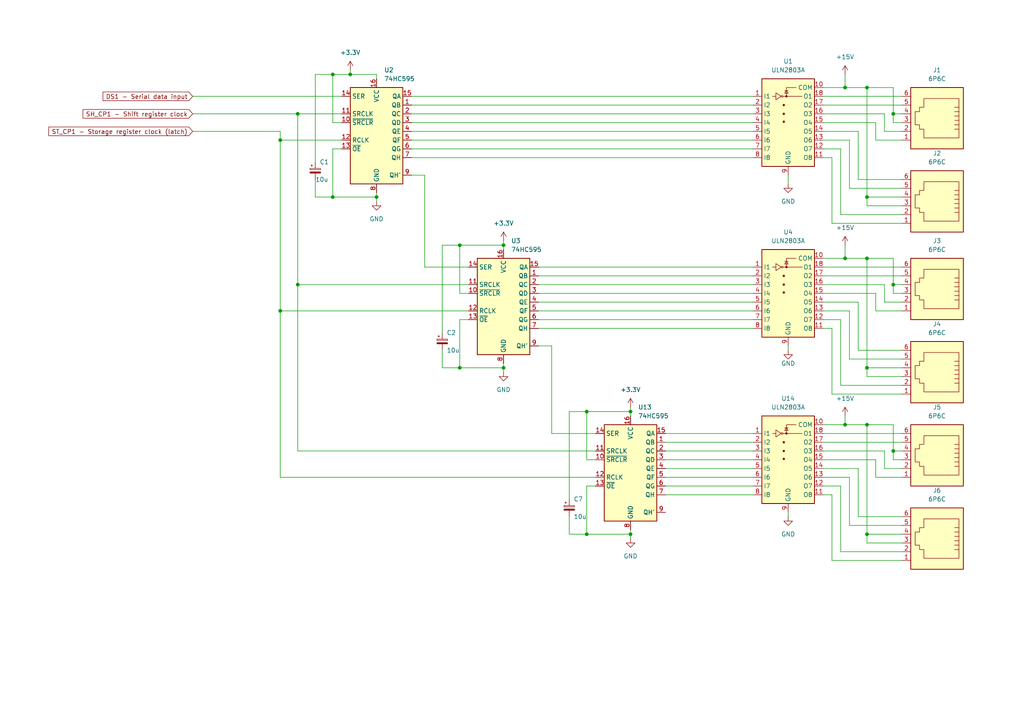
<source format=kicad_sch>
(kicad_sch (version 20231120) (generator "eeschema") (generator_version "8.0")
  (paper "A4")
  (lib_symbols
    (symbol "74xx:74HC595"
      (property "Reference" "U" (at -7.62 13.97 0))
      (property "Value" "74HC595" (at -7.62 -16.51 0))
      (symbol "74HC595_1_0"
        (pin tri_state line (at 10.16 7.62 180) (length 2.54) (name "QB") (number "1"))
        (pin input line (at -10.16 2.54 0) (length 2.54) (name "~{SRCLR}") (number "10"))
        (pin input line (at -10.16 5.08 0) (length 2.54) (name "SRCLK") (number "11"))
        (pin input line (at -10.16 -2.54 0) (length 2.54) (name "RCLK") (number "12"))
        (pin input line (at -10.16 -5.08 0) (length 2.54) (name "~{OE}") (number "13"))
        (pin input line (at -10.16 10.16 0) (length 2.54) (name "SER") (number "14"))
        (pin tri_state line (at 10.16 10.16 180) (length 2.54) (name "QA") (number "15"))
        (pin power_in line (at 0 15.24 270) (length 2.54) (name "VCC") (number "16"))
        (pin tri_state line (at 10.16 5.08 180) (length 2.54) (name "QC") (number "2"))
        (pin tri_state line (at 10.16 2.54 180) (length 2.54) (name "QD") (number "3"))
        (pin tri_state line (at 10.16 0 180) (length 2.54) (name "QE") (number "4"))
        (pin tri_state line (at 10.16 -2.54 180) (length 2.54) (name "QF") (number "5"))
        (pin tri_state line (at 10.16 -5.08 180) (length 2.54) (name "QG") (number "6"))
        (pin tri_state line (at 10.16 -7.62 180) (length 2.54) (name "QH") (number "7"))
        (pin power_in line (at 0 -17.78 90) (length 2.54) (name "GND") (number "8"))
        (pin output line (at 10.16 -12.7 180) (length 2.54) (name "QH'") (number "9"))
      )
      (symbol "74HC595_1_1"
        (rectangle (start -7.62 12.7) (end 7.62 -15.24) (stroke (width 0.254)) (fill (type background)))
      )
    )
    (symbol "Connector:6P6C" (pin_names (offset 1.016))
      (property "Reference" "J" (at -5.08 11.43 0))
      (property "Value" "6P6C" (at 2.54 11.43 0))
      (symbol "6P6C_0_1"
        (polyline (pts (xy -6.35 -1.905) (xy -5.08 -1.905) (xy -5.08 -1.905)))
        (polyline (pts (xy -6.35 -0.635) (xy -5.08 -0.635) (xy -5.08 -0.635)))
        (polyline (pts (xy -6.35 0.635) (xy -5.08 0.635) (xy -5.08 0.635)))
        (polyline (pts (xy -6.35 1.905) (xy -5.08 1.905) (xy -5.08 1.905)))
        (polyline (pts (xy -6.35 3.175) (xy -5.08 3.175) (xy -5.08 3.175)))
        (polyline (pts (xy -5.08 4.445) (xy -6.35 4.445) (xy -6.35 4.445)))
        (polyline (pts (xy -6.35 -4.445) (xy -6.35 6.985) (xy 3.81 6.985) (xy 3.81 4.445) (xy 5.08 4.445) (xy 5.08 3.175) (xy 6.35 3.175) (xy 6.35 -0.635) (xy 5.08 -0.635) (xy 5.08 -1.905) (xy 3.81 -1.905) (xy 3.81 -4.445) (xy -6.35 -4.445) (xy -6.35 -4.445)))
        (rectangle (start 7.62 10.16) (end -7.62 -7.62) (stroke (width 0.254)) (fill (type background)))
      )
      (symbol "6P6C_1_1"
        (pin passive line (at 10.16 -5.08 180) (length 2.54) (name "~") (number "1"))
        (pin passive line (at 10.16 -2.54 180) (length 2.54) (name "~") (number "2"))
        (pin passive line (at 10.16 0 180) (length 2.54) (name "~") (number "3"))
        (pin passive line (at 10.16 2.54 180) (length 2.54) (name "~") (number "4"))
        (pin passive line (at 10.16 5.08 180) (length 2.54) (name "~") (number "5"))
        (pin passive line (at 10.16 7.62 180) (length 2.54) (name "~") (number "6"))
      )
    )
    (symbol "Device:C_Polarized_Small" (pin_numbers hide) (pin_names (offset 0.254) hide)
      (property "Reference" "C" (at 0.254 1.778 0))
      (property "Value" "C_Polarized_Small" (at 0.254 -2.032 0))
      (symbol "C_Polarized_Small_0_1"
        (rectangle (start -1.524 -0.3048) (end 1.524 -0.6858) (fill (type outline)))
        (rectangle (start -1.524 0.6858) (end 1.524 0.3048))
        (polyline (pts (xy -1.27 1.524) (xy -0.762 1.524)))
        (polyline (pts (xy -1.016 1.27) (xy -1.016 1.778)))
      )
      (symbol "C_Polarized_Small_1_1"
        (pin passive line (at 0 2.54 270) (length 1.8542) (name "~") (number "1"))
        (pin passive line (at 0 -2.54 90) (length 1.8542) (name "~") (number "2"))
      )
    )
    (symbol "Transistor_Array:ULN2803A"
      (property "Reference" "U" (at 0 13.335 0))
      (property "Value" "ULN2803A" (at 0 11.43 0))
      (symbol "ULN2803A_0_1"
        (rectangle (start -7.62 -15.24) (end 7.62 10.16) (stroke (width 0.254)) (fill (type background)))
        (circle (center -1.778 5.08) (radius 0.254))
        (circle (center -1.27 -2.286) (radius 0.254) (fill (type outline)))
        (circle (center -1.27 0) (radius 0.254) (fill (type outline)))
        (circle (center -1.27 2.54) (radius 0.254) (fill (type outline)))
        (circle (center -0.508 5.08) (radius 0.254) (fill (type outline)))
        (polyline (pts (xy -4.572 5.08) (xy -3.556 5.08)))
        (polyline (pts (xy -1.524 5.08) (xy 4.064 5.08)))
        (polyline (pts (xy 0 6.731) (xy -1.016 6.731)))
        (polyline (pts (xy -0.508 5.08) (xy -0.508 7.62) (xy 2.286 7.62)))
        (polyline (pts (xy -3.556 6.096) (xy -3.556 4.064) (xy -2.032 5.08) (xy -3.556 6.096)))
        (polyline (pts (xy 0 5.969) (xy -1.016 5.969) (xy -0.508 6.731) (xy 0 5.969)))
      )
      (symbol "ULN2803A_1_1"
        (pin input line (at -10.16 5.08 0) (length 2.54) (name "I1") (number "1"))
        (pin passive line (at 10.16 7.62 180) (length 2.54) (name "COM") (number "10"))
        (pin open_collector line (at 10.16 -12.7 180) (length 2.54) (name "O8") (number "11"))
        (pin open_collector line (at 10.16 -10.16 180) (length 2.54) (name "O7") (number "12"))
        (pin open_collector line (at 10.16 -7.62 180) (length 2.54) (name "O6") (number "13"))
        (pin open_collector line (at 10.16 -5.08 180) (length 2.54) (name "O5") (number "14"))
        (pin open_collector line (at 10.16 -2.54 180) (length 2.54) (name "O4") (number "15"))
        (pin open_collector line (at 10.16 0 180) (length 2.54) (name "O3") (number "16"))
        (pin open_collector line (at 10.16 2.54 180) (length 2.54) (name "O2") (number "17"))
        (pin open_collector line (at 10.16 5.08 180) (length 2.54) (name "O1") (number "18"))
        (pin input line (at -10.16 2.54 0) (length 2.54) (name "I2") (number "2"))
        (pin input line (at -10.16 0 0) (length 2.54) (name "I3") (number "3"))
        (pin input line (at -10.16 -2.54 0) (length 2.54) (name "I4") (number "4"))
        (pin input line (at -10.16 -5.08 0) (length 2.54) (name "I5") (number "5"))
        (pin input line (at -10.16 -7.62 0) (length 2.54) (name "I6") (number "6"))
        (pin input line (at -10.16 -10.16 0) (length 2.54) (name "I7") (number "7"))
        (pin input line (at -10.16 -12.7 0) (length 2.54) (name "I8") (number "8"))
        (pin power_in line (at 0 -17.78 90) (length 2.54) (name "GND") (number "9"))
      )
    )
    (symbol "power:+15V" (power) (pin_names (offset 0))
      (property "Value" "+15V" (at 0 3.556 0))
      (symbol "+15V_0_1"
        (polyline (pts (xy -0.762 1.27) (xy 0 2.54)))
        (polyline (pts (xy 0 0) (xy 0 2.54)))
        (polyline (pts (xy 0 2.54) (xy 0.762 1.27)))
      )
      (symbol "+15V_1_1"
        (pin power_in line (at 0 0 90) (length 0) hide (name "+15V") (number "1"))
      )
    )
    (symbol "power:+3.3V" (power) (pin_names (offset 0))
      (property "Value" "+3.3V" (at 0 3.556 0))
      (symbol "+3.3V_0_1"
        (polyline (pts (xy -0.762 1.27) (xy 0 2.54)))
        (polyline (pts (xy 0 0) (xy 0 2.54)))
        (polyline (pts (xy 0 2.54) (xy 0.762 1.27)))
      )
      (symbol "+3.3V_1_1"
        (pin power_in line (at 0 0 90) (length 0) hide (name "+3.3V") (number "1"))
      )
    )
    (symbol "power:GND" (power) (pin_names (offset 0))
      (property "Value" "GND" (at 0 -3.81 0))
      (symbol "GND_0_1"
        (polyline (pts (xy 0 0) (xy 0 -1.27) (xy 1.27 -1.27) (xy 0 -2.54) (xy -1.27 -1.27) (xy 0 -1.27)))
      )
      (symbol "GND_1_1"
        (pin power_in line (at 0 0 270) (length 0) hide (name "GND") (number "1"))
      )
    )
  )
  (junction (at 259.08 82.55))
  (junction (at 109.22 57.15))
  (junction (at 259.08 33.02))
  (junction (at 146.05 71.12))
  (junction (at 259.08 130.81))
  (junction (at 146.05 106.68))
  (junction (at 245.11 123.19))
  (junction (at 245.11 74.93))
  (junction (at 86.36 82.55))
  (junction (at 86.36 33.02))
  (junction (at 96.52 57.15))
  (junction (at 133.35 71.12))
  (junction (at 96.52 21.59))
  (junction (at 170.18 119.38))
  (junction (at 170.18 154.94))
  (junction (at 251.46 154.94))
  (junction (at 182.88 119.38))
  (junction (at 251.46 74.93))
  (junction (at 251.46 57.15))
  (junction (at 133.35 106.68))
  (junction (at 81.28 90.17))
  (junction (at 251.46 106.68))
  (junction (at 251.46 123.19))
  (junction (at 182.88 154.94))
  (junction (at 81.28 40.64))
  (junction (at 251.46 25.4))
  (junction (at 101.6 21.59))
  (junction (at 245.11 25.4))
  (wire (pts (xy 91.44 57.15) (xy 96.52 57.15)))
  (wire (pts (xy 96.52 21.59) (xy 101.6 21.59)))
  (wire (pts (xy 238.76 123.19) (xy 245.11 123.19)))
  (wire (pts (xy 133.35 106.68) (xy 146.05 106.68)))
  (wire (pts (xy 261.62 111.76) (xy 243.84 111.76)))
  (wire (pts (xy 133.35 71.12) (xy 146.05 71.12)))
  (wire (pts (xy 193.04 143.51) (xy 218.44 143.51)))
  (wire (pts (xy 119.38 45.72) (xy 218.44 45.72)))
  (wire (pts (xy 261.62 62.23) (xy 243.84 62.23)))
  (wire (pts (xy 96.52 43.18) (xy 96.52 57.15)))
  (wire (pts (xy 81.28 138.43) (xy 81.28 90.17)))
  (wire (pts (xy 241.3 143.51) (xy 238.76 143.51)))
  (wire (pts (xy 228.6 50.8) (xy 228.6 53.34)))
  (wire (pts (xy 241.3 95.25) (xy 238.76 95.25)))
  (wire (pts (xy 165.1 144.78) (xy 165.1 119.38)))
  (wire (pts (xy 261.62 133.35) (xy 259.08 133.35)))
  (wire (pts (xy 259.08 82.55) (xy 261.62 82.55)))
  (wire (pts (xy 128.27 101.6) (xy 128.27 106.68)))
  (wire (pts (xy 123.19 50.8) (xy 123.19 77.47)))
  (wire (pts (xy 248.92 135.89) (xy 248.92 149.86)))
  (wire (pts (xy 254 85.09) (xy 238.76 85.09)))
  (wire (pts (xy 146.05 71.12) (xy 146.05 72.39)))
  (wire (pts (xy 251.46 57.15) (xy 261.62 57.15)))
  (wire (pts (xy 251.46 154.94) (xy 251.46 123.19)))
  (wire (pts (xy 248.92 101.6) (xy 261.62 101.6)))
  (wire (pts (xy 182.88 119.38) (xy 182.88 120.65)))
  (wire (pts (xy 251.46 59.69) (xy 261.62 59.69)))
  (wire (pts (xy 259.08 85.09) (xy 259.08 82.55)))
  (wire (pts (xy 259.08 33.02) (xy 261.62 33.02)))
  (wire (pts (xy 243.84 62.23) (xy 243.84 43.18)))
  (wire (pts (xy 172.72 138.43) (xy 81.28 138.43)))
  (wire (pts (xy 182.88 153.67) (xy 182.88 154.94)))
  (wire (pts (xy 254 40.64) (xy 254 35.56)))
  (wire (pts (xy 245.11 21.59) (xy 245.11 25.4)))
  (wire (pts (xy 251.46 74.93) (xy 259.08 74.93)))
  (wire (pts (xy 86.36 130.81) (xy 86.36 82.55)))
  (wire (pts (xy 241.3 45.72) (xy 238.76 45.72)))
  (wire (pts (xy 238.76 80.01) (xy 261.62 80.01)))
  (wire (pts (xy 146.05 69.85) (xy 146.05 71.12)))
  (wire (pts (xy 254 90.17) (xy 254 85.09)))
  (wire (pts (xy 259.08 130.81) (xy 261.62 130.81)))
  (wire (pts (xy 91.44 52.07) (xy 91.44 57.15)))
  (wire (pts (xy 133.35 71.12) (xy 133.35 85.09)))
  (wire (pts (xy 135.89 92.71) (xy 133.35 92.71)))
  (wire (pts (xy 251.46 57.15) (xy 251.46 25.4)))
  (wire (pts (xy 135.89 85.09) (xy 133.35 85.09)))
  (wire (pts (xy 182.88 154.94) (xy 182.88 156.21)))
  (wire (pts (xy 238.76 27.94) (xy 261.62 27.94)))
  (wire (pts (xy 256.54 33.02) (xy 256.54 38.1)))
  (wire (pts (xy 109.22 21.59) (xy 109.22 22.86)))
  (wire (pts (xy 109.22 57.15) (xy 109.22 58.42)))
  (wire (pts (xy 259.08 74.93) (xy 259.08 82.55)))
  (wire (pts (xy 238.76 92.71) (xy 243.84 92.71)))
  (wire (pts (xy 156.21 90.17) (xy 218.44 90.17)))
  (wire (pts (xy 193.04 133.35) (xy 218.44 133.35)))
  (wire (pts (xy 254 138.43) (xy 261.62 138.43)))
  (wire (pts (xy 246.38 54.61) (xy 261.62 54.61)))
  (wire (pts (xy 251.46 157.48) (xy 251.46 154.94)))
  (wire (pts (xy 228.6 100.33) (xy 228.6 101.6)))
  (wire (pts (xy 123.19 77.47) (xy 135.89 77.47)))
  (wire (pts (xy 119.38 27.94) (xy 218.44 27.94)))
  (wire (pts (xy 241.3 162.56) (xy 241.3 143.51)))
  (wire (pts (xy 261.62 64.77) (xy 241.3 64.77)))
  (wire (pts (xy 81.28 40.64) (xy 99.06 40.64)))
  (wire (pts (xy 193.04 130.81) (xy 218.44 130.81)))
  (wire (pts (xy 256.54 87.63) (xy 261.62 87.63)))
  (wire (pts (xy 246.38 40.64) (xy 246.38 54.61)))
  (wire (pts (xy 259.08 35.56) (xy 259.08 33.02)))
  (wire (pts (xy 146.05 105.41) (xy 146.05 106.68)))
  (wire (pts (xy 259.08 25.4) (xy 259.08 33.02)))
  (wire (pts (xy 86.36 82.55) (xy 86.36 33.02)))
  (wire (pts (xy 238.76 33.02) (xy 256.54 33.02)))
  (wire (pts (xy 251.46 109.22) (xy 261.62 109.22)))
  (wire (pts (xy 238.76 90.17) (xy 246.38 90.17)))
  (wire (pts (xy 135.89 90.17) (xy 81.28 90.17)))
  (wire (pts (xy 96.52 35.56) (xy 96.52 21.59)))
  (wire (pts (xy 193.04 138.43) (xy 218.44 138.43)))
  (wire (pts (xy 193.04 125.73) (xy 218.44 125.73)))
  (wire (pts (xy 243.84 160.02) (xy 243.84 140.97)))
  (wire (pts (xy 254 133.35) (xy 238.76 133.35)))
  (wire (pts (xy 238.76 140.97) (xy 243.84 140.97)))
  (wire (pts (xy 238.76 130.81) (xy 256.54 130.81)))
  (wire (pts (xy 248.92 52.07) (xy 261.62 52.07)))
  (wire (pts (xy 165.1 149.86) (xy 165.1 154.94)))
  (wire (pts (xy 246.38 152.4) (xy 261.62 152.4)))
  (wire (pts (xy 160.02 100.33) (xy 156.21 100.33)))
  (wire (pts (xy 133.35 92.71) (xy 133.35 106.68)))
  (wire (pts (xy 238.76 125.73) (xy 261.62 125.73)))
  (wire (pts (xy 238.76 138.43) (xy 246.38 138.43)))
  (wire (pts (xy 156.21 92.71) (xy 218.44 92.71)))
  (wire (pts (xy 238.76 30.48) (xy 261.62 30.48)))
  (wire (pts (xy 170.18 154.94) (xy 182.88 154.94)))
  (wire (pts (xy 86.36 33.02) (xy 99.06 33.02)))
  (wire (pts (xy 101.6 21.59) (xy 109.22 21.59)))
  (wire (pts (xy 55.88 33.02) (xy 86.36 33.02)))
  (wire (pts (xy 238.76 38.1) (xy 248.92 38.1)))
  (wire (pts (xy 99.06 43.18) (xy 96.52 43.18)))
  (wire (pts (xy 160.02 125.73) (xy 160.02 100.33)))
  (wire (pts (xy 119.38 30.48) (xy 218.44 30.48)))
  (wire (pts (xy 170.18 119.38) (xy 182.88 119.38)))
  (wire (pts (xy 238.76 25.4) (xy 245.11 25.4)))
  (wire (pts (xy 170.18 119.38) (xy 170.18 133.35)))
  (wire (pts (xy 238.76 135.89) (xy 248.92 135.89)))
  (wire (pts (xy 251.46 106.68) (xy 251.46 74.93)))
  (wire (pts (xy 251.46 59.69) (xy 251.46 57.15)))
  (wire (pts (xy 251.46 123.19) (xy 259.08 123.19)))
  (wire (pts (xy 261.62 85.09) (xy 259.08 85.09)))
  (wire (pts (xy 101.6 20.32) (xy 101.6 21.59)))
  (wire (pts (xy 156.21 95.25) (xy 218.44 95.25)))
  (wire (pts (xy 146.05 106.68) (xy 146.05 107.95)))
  (wire (pts (xy 246.38 90.17) (xy 246.38 104.14)))
  (wire (pts (xy 251.46 157.48) (xy 261.62 157.48)))
  (wire (pts (xy 248.92 149.86) (xy 261.62 149.86)))
  (wire (pts (xy 245.11 25.4) (xy 251.46 25.4)))
  (wire (pts (xy 160.02 125.73) (xy 172.72 125.73)))
  (wire (pts (xy 81.28 38.1) (xy 81.28 40.64)))
  (wire (pts (xy 128.27 71.12) (xy 133.35 71.12)))
  (wire (pts (xy 251.46 25.4) (xy 259.08 25.4)))
  (wire (pts (xy 172.72 130.81) (xy 86.36 130.81)))
  (wire (pts (xy 228.6 148.59) (xy 228.6 149.86)))
  (wire (pts (xy 165.1 154.94) (xy 170.18 154.94)))
  (wire (pts (xy 156.21 80.01) (xy 218.44 80.01)))
  (wire (pts (xy 245.11 74.93) (xy 251.46 74.93)))
  (wire (pts (xy 193.04 135.89) (xy 218.44 135.89)))
  (wire (pts (xy 182.88 118.11) (xy 182.88 119.38)))
  (wire (pts (xy 256.54 130.81) (xy 256.54 135.89)))
  (wire (pts (xy 119.38 43.18) (xy 218.44 43.18)))
  (wire (pts (xy 238.76 87.63) (xy 248.92 87.63)))
  (wire (pts (xy 245.11 71.12) (xy 245.11 74.93)))
  (wire (pts (xy 91.44 46.99) (xy 91.44 21.59)))
  (wire (pts (xy 245.11 120.65) (xy 245.11 123.19)))
  (wire (pts (xy 170.18 140.97) (xy 170.18 154.94)))
  (wire (pts (xy 238.76 128.27) (xy 261.62 128.27)))
  (wire (pts (xy 119.38 38.1) (xy 218.44 38.1)))
  (wire (pts (xy 238.76 40.64) (xy 246.38 40.64)))
  (wire (pts (xy 254 138.43) (xy 254 133.35)))
  (wire (pts (xy 123.19 50.8) (xy 119.38 50.8)))
  (wire (pts (xy 172.72 140.97) (xy 170.18 140.97)))
  (wire (pts (xy 119.38 33.02) (xy 218.44 33.02)))
  (wire (pts (xy 96.52 57.15) (xy 109.22 57.15)))
  (wire (pts (xy 99.06 35.56) (xy 96.52 35.56)))
  (wire (pts (xy 261.62 114.3) (xy 241.3 114.3)))
  (wire (pts (xy 248.92 87.63) (xy 248.92 101.6)))
  (wire (pts (xy 261.62 35.56) (xy 259.08 35.56)))
  (wire (pts (xy 254 35.56) (xy 238.76 35.56)))
  (wire (pts (xy 246.38 104.14) (xy 261.62 104.14)))
  (wire (pts (xy 259.08 123.19) (xy 259.08 130.81)))
  (wire (pts (xy 119.38 35.56) (xy 218.44 35.56)))
  (wire (pts (xy 261.62 160.02) (xy 243.84 160.02)))
  (wire (pts (xy 259.08 133.35) (xy 259.08 130.81)))
  (wire (pts (xy 91.44 21.59) (xy 96.52 21.59)))
  (wire (pts (xy 243.84 111.76) (xy 243.84 92.71)))
  (wire (pts (xy 193.04 128.27) (xy 218.44 128.27)))
  (wire (pts (xy 254 90.17) (xy 261.62 90.17)))
  (wire (pts (xy 256.54 38.1) (xy 261.62 38.1)))
  (wire (pts (xy 193.04 140.97) (xy 218.44 140.97)))
  (wire (pts (xy 109.22 55.88) (xy 109.22 57.15)))
  (wire (pts (xy 251.46 109.22) (xy 251.46 106.68)))
  (wire (pts (xy 156.21 87.63) (xy 218.44 87.63)))
  (wire (pts (xy 256.54 135.89) (xy 261.62 135.89)))
  (wire (pts (xy 238.76 74.93) (xy 245.11 74.93)))
  (wire (pts (xy 156.21 77.47) (xy 218.44 77.47)))
  (wire (pts (xy 165.1 119.38) (xy 170.18 119.38)))
  (wire (pts (xy 256.54 82.55) (xy 256.54 87.63)))
  (wire (pts (xy 241.3 64.77) (xy 241.3 45.72)))
  (wire (pts (xy 128.27 106.68) (xy 133.35 106.68)))
  (wire (pts (xy 135.89 82.55) (xy 86.36 82.55)))
  (wire (pts (xy 241.3 114.3) (xy 241.3 95.25)))
  (wire (pts (xy 238.76 77.47) (xy 261.62 77.47)))
  (wire (pts (xy 246.38 138.43) (xy 246.38 152.4)))
  (wire (pts (xy 156.21 85.09) (xy 218.44 85.09)))
  (wire (pts (xy 238.76 43.18) (xy 243.84 43.18)))
  (wire (pts (xy 55.88 38.1) (xy 81.28 38.1)))
  (wire (pts (xy 254 40.64) (xy 261.62 40.64)))
  (wire (pts (xy 245.11 123.19) (xy 251.46 123.19)))
  (wire (pts (xy 119.38 40.64) (xy 218.44 40.64)))
  (wire (pts (xy 251.46 106.68) (xy 261.62 106.68)))
  (wire (pts (xy 128.27 96.52) (xy 128.27 71.12)))
  (wire (pts (xy 261.62 162.56) (xy 241.3 162.56)))
  (wire (pts (xy 156.21 82.55) (xy 218.44 82.55)))
  (wire (pts (xy 172.72 133.35) (xy 170.18 133.35)))
  (wire (pts (xy 238.76 82.55) (xy 256.54 82.55)))
  (wire (pts (xy 251.46 154.94) (xy 261.62 154.94)))
  (wire (pts (xy 81.28 90.17) (xy 81.28 40.64)))
  (wire (pts (xy 55.88 27.94) (xy 99.06 27.94)))
  (wire (pts (xy 248.92 38.1) (xy 248.92 52.07)))
  (global_label "DS1 - Serial data input" (shape input) (at 55.88 27.94 180) (property "Intersheetrefs" "${INTERSHEET_REFS}" (effects (hide yes))))
  (global_label "ST_CP1 - Storage register clock (latch)" (shape input) (at 55.88 38.1 180) (property "Intersheetrefs" "${INTERSHEET_REFS}" (effects (hide yes))))
  (global_label "SH_CP1 - Shift register clock" (shape input) (at 55.88 33.02 180) (property "Intersheetrefs" "${INTERSHEET_REFS}" (effects (hide yes))))
  (symbol (lib_id "Connector:6P6C") (at 271.78 133.35 0) (mirror y) (unit 1)
    (property "Reference" "J5" (at 271.78 118.11 0))
    (property "Value" "6P6C" (at 271.78 120.65 0))
    (property "Footprint" "ventilation:615006138421" (effects (hide yes)))
  )
  (symbol (lib_id "power:GND") (at 146.05 107.95 0) (unit 1)
    (property "Reference" "#PWR09" (effects (hide yes)))
    (property "Value" "GND" (at 146.05 113.03 0))
  )
  (symbol (lib_id "Device:C_Polarized_Small") (at 91.44 49.53 0) (unit 1)
    (property "Reference" "C1" (at 92.71 46.99 0) (effects (justify left)))
    (property "Value" "10u" (at 91.44 52.07 0) (effects (justify left)))
    (property "Footprint" "Capacitor_THT:CP_Radial_D5.0mm_P2.00mm" (effects (hide yes)))
  )
  (symbol (lib_id "power:GND") (at 182.88 156.21 0) (unit 1)
    (property "Reference" "#PWR012" (effects (hide yes)))
    (property "Value" "GND" (at 182.88 161.29 0))
  )
  (symbol (lib_id "Connector:6P6C") (at 271.78 157.48 0) (mirror y) (unit 1)
    (property "Reference" "J6" (at 271.78 142.24 0))
    (property "Value" "6P6C" (at 271.78 144.78 0))
    (property "Footprint" "ventilation:615006138421" (effects (hide yes)))
  )
  (symbol (lib_id "power:GND") (at 228.6 53.34 0) (unit 1)
    (property "Reference" "#PWR06" (effects (hide yes)))
    (property "Value" "GND" (at 228.6 58.42 0))
  )
  (symbol (lib_id "power:+15V") (at 245.11 21.59 0) (unit 1)
    (property "Reference" "#PWR01" (effects (hide yes)))
    (property "Value" "+15V" (at 245.11 16.51 0))
  )
  (symbol (lib_id "Connector:6P6C") (at 271.78 109.22 0) (mirror y) (unit 1)
    (property "Reference" "J4" (at 271.78 93.98 0))
    (property "Value" "6P6C" (at 271.78 96.52 0))
    (property "Footprint" "ventilation:615006138421" (effects (hide yes)))
  )
  (symbol (lib_id "power:GND") (at 228.6 149.86 0) (unit 1)
    (property "Reference" "#PWR023" (effects (hide yes)))
    (property "Value" "GND" (at 228.6 154.94 0))
  )
  (symbol (lib_id "Transistor_Array:ULN2803A") (at 228.6 130.81 0) (unit 1)
    (property "Reference" "U14" (at 228.6 115.57 0))
    (property "Value" "ULN2803A" (at 228.6 118.11 0))
    (property "Footprint" "Package_DIP:DIP-18_W7.62mm_Socket" (effects (hide yes)))
    (property "Datasheet" "http://www.ti.com/lit/ds/symlink/uln2803a.pdf" (effects (hide yes)))
  )
  (symbol (lib_id "74xx:74HC595") (at 182.88 135.89 0) (unit 1)
    (property "Reference" "U13" (at 185.0741 118.11 0) (effects (justify left)))
    (property "Value" "74HC595" (at 185.0741 120.65 0) (effects (justify left)))
    (property "Footprint" "Package_DIP:DIP-16_W7.62mm_Socket" (effects (hide yes)))
    (property "Datasheet" "http://www.ti.com/lit/ds/symlink/sn74hc595.pdf" (effects (hide yes)))
  )
  (symbol (lib_id "Device:C_Polarized_Small") (at 165.1 147.32 0) (unit 1)
    (property "Reference" "C7" (at 166.37 144.78 0) (effects (justify left)))
    (property "Value" "10u" (at 166.37 149.86 0) (effects (justify left)))
    (property "Footprint" "Capacitor_THT:CP_Radial_D5.0mm_P2.00mm" (effects (hide yes)))
  )
  (symbol (lib_id "74xx:74HC595") (at 109.22 38.1 0) (unit 1)
    (property "Reference" "U2" (at 111.4141 20.32 0) (effects (justify left)))
    (property "Value" "74HC595" (at 111.4141 22.86 0) (effects (justify left)))
    (property "Footprint" "Package_DIP:DIP-16_W7.62mm_Socket" (effects (hide yes)))
    (property "Datasheet" "http://www.ti.com/lit/ds/symlink/sn74hc595.pdf" (effects (hide yes)))
  )
  (symbol (lib_id "power:+3.3V") (at 101.6 20.32 0) (unit 1)
    (property "Reference" "#PWR034" (effects (hide yes)))
    (property "Value" "+3.3V" (at 101.6 15.24 0))
  )
  (symbol (lib_id "power:+15V") (at 245.11 71.12 0) (unit 1)
    (property "Reference" "#PWR010" (effects (hide yes)))
    (property "Value" "+15V" (at 245.11 66.04 0))
  )
  (symbol (lib_id "Transistor_Array:ULN2803A") (at 228.6 82.55 0) (unit 1)
    (property "Reference" "U4" (at 228.6 67.31 0))
    (property "Value" "ULN2803A" (at 228.6 69.85 0))
    (property "Footprint" "Package_DIP:DIP-18_W7.62mm_Socket" (effects (hide yes)))
    (property "Datasheet" "http://www.ti.com/lit/ds/symlink/uln2803a.pdf" (effects (hide yes)))
  )
  (symbol (lib_id "Connector:6P6C") (at 271.78 59.69 0) (mirror y) (unit 1)
    (property "Reference" "J2" (at 271.78 44.45 0))
    (property "Value" "6P6C" (at 271.78 46.99 0))
    (property "Footprint" "ventilation:615006138421" (effects (hide yes)))
  )
  (symbol (lib_id "power:GND") (at 109.22 58.42 0) (unit 1)
    (property "Reference" "#PWR05" (effects (hide yes)))
    (property "Value" "GND" (at 109.22 63.5 0))
  )
  (symbol (lib_id "Device:C_Polarized_Small") (at 128.27 99.06 0) (unit 1)
    (property "Reference" "C2" (at 129.54 96.52 0) (effects (justify left)))
    (property "Value" "10u" (at 129.54 101.6 0) (effects (justify left)))
    (property "Footprint" "Capacitor_THT:CP_Radial_D5.0mm_P2.00mm" (effects (hide yes)))
  )
  (symbol (lib_id "Transistor_Array:ULN2803A") (at 228.6 33.02 0) (unit 1)
    (property "Reference" "U1" (at 228.6 17.78 0))
    (property "Value" "ULN2803A" (at 228.6 20.32 0))
    (property "Footprint" "Package_DIP:DIP-18_W7.62mm_Socket" (effects (hide yes)))
    (property "Datasheet" "http://www.ti.com/lit/ds/symlink/uln2803a.pdf" (effects (hide yes)))
  )
  (symbol (lib_id "Connector:6P6C") (at 271.78 35.56 0) (mirror y) (unit 1)
    (property "Reference" "J1" (at 271.78 20.32 0))
    (property "Value" "6P6C" (at 271.78 22.86 0))
    (property "Footprint" "ventilation:615006138421" (effects (hide yes)))
  )
  (symbol (lib_id "power:+15V") (at 245.11 120.65 0) (unit 1)
    (property "Reference" "#PWR015" (effects (hide yes)))
    (property "Value" "+15V" (at 245.11 115.57 0))
  )
  (symbol (lib_id "power:GND") (at 228.6 101.6 0) (unit 1)
    (property "Reference" "#PWR04" (effects (hide yes)))
    (property "Value" "GND" (at 228.6 105.41 0))
  )
  (symbol (lib_id "power:+3.3V") (at 182.88 118.11 0) (unit 1)
    (property "Reference" "#PWR08" (effects (hide yes)))
    (property "Value" "+3.3V" (at 182.88 113.03 0))
  )
  (symbol (lib_id "74xx:74HC595") (at 146.05 87.63 0) (unit 1)
    (property "Reference" "U3" (at 148.2441 69.85 0) (effects (justify left)))
    (property "Value" "74HC595" (at 148.2441 72.39 0) (effects (justify left)))
    (property "Footprint" "Package_DIP:DIP-16_W7.62mm_Socket" (effects (hide yes)))
    (property "Datasheet" "http://www.ti.com/lit/ds/symlink/sn74hc595.pdf" (effects (hide yes)))
  )
  (symbol (lib_id "Connector:6P6C") (at 271.78 85.09 0) (mirror y) (unit 1)
    (property "Reference" "J3" (at 271.78 69.85 0))
    (property "Value" "6P6C" (at 271.78 72.39 0))
    (property "Footprint" "ventilation:615006138421" (effects (hide yes)))
  )
  (symbol (lib_id "power:+3.3V") (at 146.05 69.85 0) (unit 1)
    (property "Reference" "#PWR07" (effects (hide yes)))
    (property "Value" "+3.3V" (at 146.05 64.77 0))
  )
)
</source>
